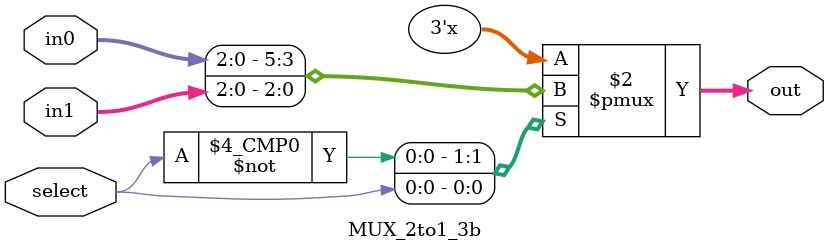
<source format=v>
`timescale 1ns / 1ps
module MUX_2to1_3b(
    input [2:0]in0,in1,
	 input select,
	 output reg [2:0]out
    );
	 always@(*)
	     case(select)
		      1'b0:out = in0;
				1'b1:out = in1;
		  endcase

endmodule
</source>
